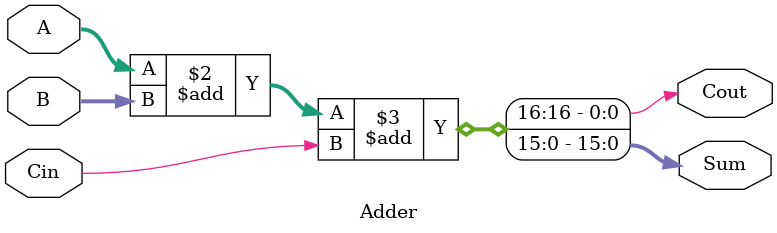
<source format=v>
`timescale 1ns / 1ps


module Adder(Sum, Cout, A, B, Cin);
parameter N=16;

input  [N-1:0] A,B;
input Cin;
output reg [N-1:0] Sum;
output reg Cout;

//logic

always@(*)

begin
    {Cout,Sum} = A + B + Cin;
end





endmodule

</source>
